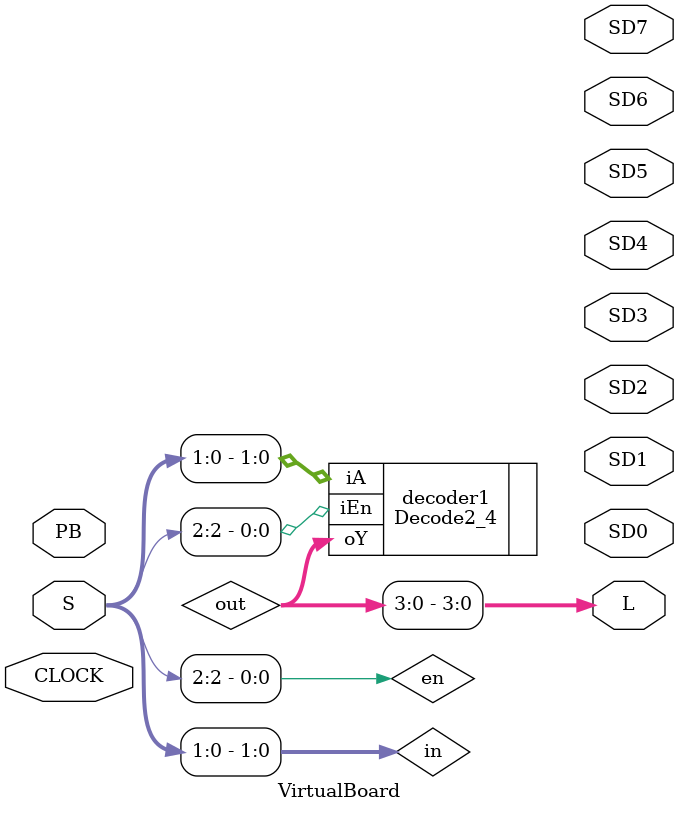
<source format=sv>
`default_nettype none 
module VirtualBoard (
    input  wire   CLOCK,      // 10 MHz Input Clock 
    input  wire  [19:0] PB,   // 20 Push Buttons, logical 1 when pressed
    input  wire  [35:0] S,    // 36 Switches
    output logic [35:0] L,    // 36 LEDs, drive logical 1 to light up
    output logic  [7:0] SD7,  // 8 common anode Seven-segment Display
    output logic  [7:0] SD6,
    output logic  [7:0] SD5,
    output logic  [7:0] SD4,
    output logic  [7:0] SD3,
    output logic  [7:0] SD2,
    output logic  [7:0] SD1,
    output logic  [7:0] SD0
); 

/** The input port is replaced with an internal signal **/
wire [1:0] in = S[1:0];
wire       en = S[2];

/************* The logic of this experiment *************/
wire [3:0] out;
Decode2_4 decoder1(.iEn(en), .iA(in), .oY(out));

/****** Internal signal assignment to output port *******/
assign L[3:0] = out;

endmodule

</source>
